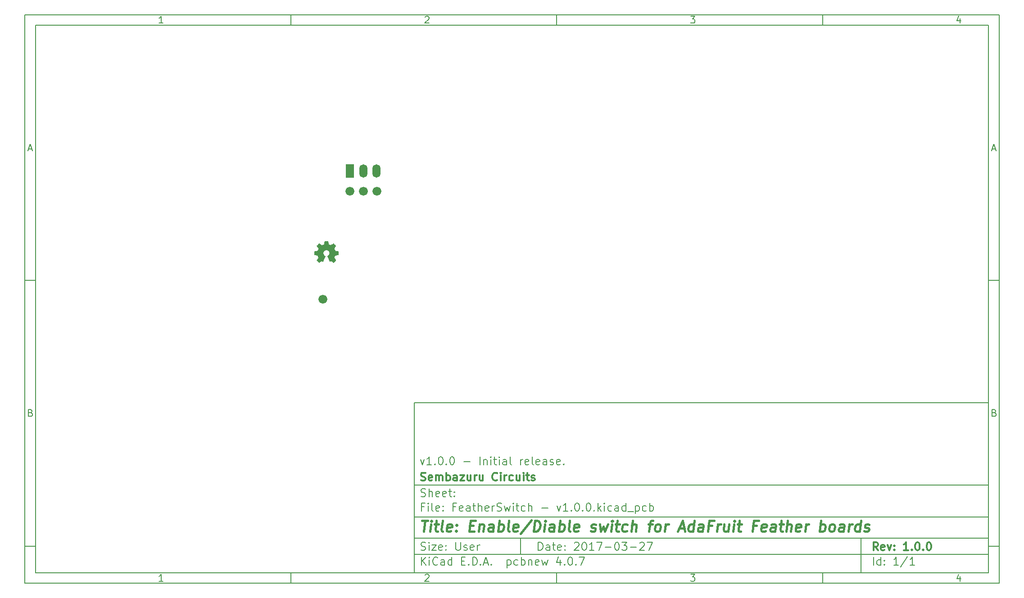
<source format=gbr>
G04 #@! TF.FileFunction,Copper,L2,Bot,Signal*
%FSLAX46Y46*%
G04 Gerber Fmt 4.6, Leading zero omitted, Abs format (unit mm)*
G04 Created by KiCad (PCBNEW 4.0.7) date 11/03/17 12:30:38*
%MOMM*%
%LPD*%
G01*
G04 APERTURE LIST*
%ADD10C,0.100000*%
%ADD11C,0.150000*%
%ADD12C,0.300000*%
%ADD13C,0.400000*%
%ADD14C,0.002540*%
%ADD15C,1.676400*%
%ADD16R,1.500000X2.500000*%
%ADD17O,1.500000X2.500000*%
G04 APERTURE END LIST*
D10*
D11*
X83200000Y-83000000D02*
X83200000Y-115000000D01*
X191200000Y-115000000D01*
X191200000Y-83000000D01*
X83200000Y-83000000D01*
D10*
D11*
X10000000Y-10000000D02*
X10000000Y-117000000D01*
X193200000Y-117000000D01*
X193200000Y-10000000D01*
X10000000Y-10000000D01*
D10*
D11*
X12000000Y-12000000D02*
X12000000Y-115000000D01*
X191200000Y-115000000D01*
X191200000Y-12000000D01*
X12000000Y-12000000D01*
D10*
D11*
X60000000Y-12000000D02*
X60000000Y-10000000D01*
D10*
D11*
X110000000Y-12000000D02*
X110000000Y-10000000D01*
D10*
D11*
X160000000Y-12000000D02*
X160000000Y-10000000D01*
D10*
D11*
X35990476Y-11588095D02*
X35247619Y-11588095D01*
X35619048Y-11588095D02*
X35619048Y-10288095D01*
X35495238Y-10473810D01*
X35371429Y-10597619D01*
X35247619Y-10659524D01*
D10*
D11*
X85247619Y-10411905D02*
X85309524Y-10350000D01*
X85433333Y-10288095D01*
X85742857Y-10288095D01*
X85866667Y-10350000D01*
X85928571Y-10411905D01*
X85990476Y-10535714D01*
X85990476Y-10659524D01*
X85928571Y-10845238D01*
X85185714Y-11588095D01*
X85990476Y-11588095D01*
D10*
D11*
X135185714Y-10288095D02*
X135990476Y-10288095D01*
X135557143Y-10783333D01*
X135742857Y-10783333D01*
X135866667Y-10845238D01*
X135928571Y-10907143D01*
X135990476Y-11030952D01*
X135990476Y-11340476D01*
X135928571Y-11464286D01*
X135866667Y-11526190D01*
X135742857Y-11588095D01*
X135371429Y-11588095D01*
X135247619Y-11526190D01*
X135185714Y-11464286D01*
D10*
D11*
X185866667Y-10721429D02*
X185866667Y-11588095D01*
X185557143Y-10226190D02*
X185247619Y-11154762D01*
X186052381Y-11154762D01*
D10*
D11*
X60000000Y-115000000D02*
X60000000Y-117000000D01*
D10*
D11*
X110000000Y-115000000D02*
X110000000Y-117000000D01*
D10*
D11*
X160000000Y-115000000D02*
X160000000Y-117000000D01*
D10*
D11*
X35990476Y-116588095D02*
X35247619Y-116588095D01*
X35619048Y-116588095D02*
X35619048Y-115288095D01*
X35495238Y-115473810D01*
X35371429Y-115597619D01*
X35247619Y-115659524D01*
D10*
D11*
X85247619Y-115411905D02*
X85309524Y-115350000D01*
X85433333Y-115288095D01*
X85742857Y-115288095D01*
X85866667Y-115350000D01*
X85928571Y-115411905D01*
X85990476Y-115535714D01*
X85990476Y-115659524D01*
X85928571Y-115845238D01*
X85185714Y-116588095D01*
X85990476Y-116588095D01*
D10*
D11*
X135185714Y-115288095D02*
X135990476Y-115288095D01*
X135557143Y-115783333D01*
X135742857Y-115783333D01*
X135866667Y-115845238D01*
X135928571Y-115907143D01*
X135990476Y-116030952D01*
X135990476Y-116340476D01*
X135928571Y-116464286D01*
X135866667Y-116526190D01*
X135742857Y-116588095D01*
X135371429Y-116588095D01*
X135247619Y-116526190D01*
X135185714Y-116464286D01*
D10*
D11*
X185866667Y-115721429D02*
X185866667Y-116588095D01*
X185557143Y-115226190D02*
X185247619Y-116154762D01*
X186052381Y-116154762D01*
D10*
D11*
X10000000Y-60000000D02*
X12000000Y-60000000D01*
D10*
D11*
X10000000Y-110000000D02*
X12000000Y-110000000D01*
D10*
D11*
X10690476Y-35216667D02*
X11309524Y-35216667D01*
X10566667Y-35588095D02*
X11000000Y-34288095D01*
X11433333Y-35588095D01*
D10*
D11*
X11092857Y-84907143D02*
X11278571Y-84969048D01*
X11340476Y-85030952D01*
X11402381Y-85154762D01*
X11402381Y-85340476D01*
X11340476Y-85464286D01*
X11278571Y-85526190D01*
X11154762Y-85588095D01*
X10659524Y-85588095D01*
X10659524Y-84288095D01*
X11092857Y-84288095D01*
X11216667Y-84350000D01*
X11278571Y-84411905D01*
X11340476Y-84535714D01*
X11340476Y-84659524D01*
X11278571Y-84783333D01*
X11216667Y-84845238D01*
X11092857Y-84907143D01*
X10659524Y-84907143D01*
D10*
D11*
X193200000Y-60000000D02*
X191200000Y-60000000D01*
D10*
D11*
X193200000Y-110000000D02*
X191200000Y-110000000D01*
D10*
D11*
X191890476Y-35216667D02*
X192509524Y-35216667D01*
X191766667Y-35588095D02*
X192200000Y-34288095D01*
X192633333Y-35588095D01*
D10*
D11*
X192292857Y-84907143D02*
X192478571Y-84969048D01*
X192540476Y-85030952D01*
X192602381Y-85154762D01*
X192602381Y-85340476D01*
X192540476Y-85464286D01*
X192478571Y-85526190D01*
X192354762Y-85588095D01*
X191859524Y-85588095D01*
X191859524Y-84288095D01*
X192292857Y-84288095D01*
X192416667Y-84350000D01*
X192478571Y-84411905D01*
X192540476Y-84535714D01*
X192540476Y-84659524D01*
X192478571Y-84783333D01*
X192416667Y-84845238D01*
X192292857Y-84907143D01*
X191859524Y-84907143D01*
D10*
D11*
X106557143Y-110778571D02*
X106557143Y-109278571D01*
X106914286Y-109278571D01*
X107128571Y-109350000D01*
X107271429Y-109492857D01*
X107342857Y-109635714D01*
X107414286Y-109921429D01*
X107414286Y-110135714D01*
X107342857Y-110421429D01*
X107271429Y-110564286D01*
X107128571Y-110707143D01*
X106914286Y-110778571D01*
X106557143Y-110778571D01*
X108700000Y-110778571D02*
X108700000Y-109992857D01*
X108628571Y-109850000D01*
X108485714Y-109778571D01*
X108200000Y-109778571D01*
X108057143Y-109850000D01*
X108700000Y-110707143D02*
X108557143Y-110778571D01*
X108200000Y-110778571D01*
X108057143Y-110707143D01*
X107985714Y-110564286D01*
X107985714Y-110421429D01*
X108057143Y-110278571D01*
X108200000Y-110207143D01*
X108557143Y-110207143D01*
X108700000Y-110135714D01*
X109200000Y-109778571D02*
X109771429Y-109778571D01*
X109414286Y-109278571D02*
X109414286Y-110564286D01*
X109485714Y-110707143D01*
X109628572Y-110778571D01*
X109771429Y-110778571D01*
X110842857Y-110707143D02*
X110700000Y-110778571D01*
X110414286Y-110778571D01*
X110271429Y-110707143D01*
X110200000Y-110564286D01*
X110200000Y-109992857D01*
X110271429Y-109850000D01*
X110414286Y-109778571D01*
X110700000Y-109778571D01*
X110842857Y-109850000D01*
X110914286Y-109992857D01*
X110914286Y-110135714D01*
X110200000Y-110278571D01*
X111557143Y-110635714D02*
X111628571Y-110707143D01*
X111557143Y-110778571D01*
X111485714Y-110707143D01*
X111557143Y-110635714D01*
X111557143Y-110778571D01*
X111557143Y-109850000D02*
X111628571Y-109921429D01*
X111557143Y-109992857D01*
X111485714Y-109921429D01*
X111557143Y-109850000D01*
X111557143Y-109992857D01*
X113342857Y-109421429D02*
X113414286Y-109350000D01*
X113557143Y-109278571D01*
X113914286Y-109278571D01*
X114057143Y-109350000D01*
X114128572Y-109421429D01*
X114200000Y-109564286D01*
X114200000Y-109707143D01*
X114128572Y-109921429D01*
X113271429Y-110778571D01*
X114200000Y-110778571D01*
X115128571Y-109278571D02*
X115271428Y-109278571D01*
X115414285Y-109350000D01*
X115485714Y-109421429D01*
X115557143Y-109564286D01*
X115628571Y-109850000D01*
X115628571Y-110207143D01*
X115557143Y-110492857D01*
X115485714Y-110635714D01*
X115414285Y-110707143D01*
X115271428Y-110778571D01*
X115128571Y-110778571D01*
X114985714Y-110707143D01*
X114914285Y-110635714D01*
X114842857Y-110492857D01*
X114771428Y-110207143D01*
X114771428Y-109850000D01*
X114842857Y-109564286D01*
X114914285Y-109421429D01*
X114985714Y-109350000D01*
X115128571Y-109278571D01*
X117057142Y-110778571D02*
X116199999Y-110778571D01*
X116628571Y-110778571D02*
X116628571Y-109278571D01*
X116485714Y-109492857D01*
X116342856Y-109635714D01*
X116199999Y-109707143D01*
X117557142Y-109278571D02*
X118557142Y-109278571D01*
X117914285Y-110778571D01*
X119128570Y-110207143D02*
X120271427Y-110207143D01*
X121271427Y-109278571D02*
X121414284Y-109278571D01*
X121557141Y-109350000D01*
X121628570Y-109421429D01*
X121699999Y-109564286D01*
X121771427Y-109850000D01*
X121771427Y-110207143D01*
X121699999Y-110492857D01*
X121628570Y-110635714D01*
X121557141Y-110707143D01*
X121414284Y-110778571D01*
X121271427Y-110778571D01*
X121128570Y-110707143D01*
X121057141Y-110635714D01*
X120985713Y-110492857D01*
X120914284Y-110207143D01*
X120914284Y-109850000D01*
X120985713Y-109564286D01*
X121057141Y-109421429D01*
X121128570Y-109350000D01*
X121271427Y-109278571D01*
X122271427Y-109278571D02*
X123199998Y-109278571D01*
X122699998Y-109850000D01*
X122914284Y-109850000D01*
X123057141Y-109921429D01*
X123128570Y-109992857D01*
X123199998Y-110135714D01*
X123199998Y-110492857D01*
X123128570Y-110635714D01*
X123057141Y-110707143D01*
X122914284Y-110778571D01*
X122485712Y-110778571D01*
X122342855Y-110707143D01*
X122271427Y-110635714D01*
X123842855Y-110207143D02*
X124985712Y-110207143D01*
X125628569Y-109421429D02*
X125699998Y-109350000D01*
X125842855Y-109278571D01*
X126199998Y-109278571D01*
X126342855Y-109350000D01*
X126414284Y-109421429D01*
X126485712Y-109564286D01*
X126485712Y-109707143D01*
X126414284Y-109921429D01*
X125557141Y-110778571D01*
X126485712Y-110778571D01*
X126985712Y-109278571D02*
X127985712Y-109278571D01*
X127342855Y-110778571D01*
D10*
D11*
X83200000Y-111500000D02*
X191200000Y-111500000D01*
D10*
D11*
X84557143Y-113578571D02*
X84557143Y-112078571D01*
X85414286Y-113578571D02*
X84771429Y-112721429D01*
X85414286Y-112078571D02*
X84557143Y-112935714D01*
X86057143Y-113578571D02*
X86057143Y-112578571D01*
X86057143Y-112078571D02*
X85985714Y-112150000D01*
X86057143Y-112221429D01*
X86128571Y-112150000D01*
X86057143Y-112078571D01*
X86057143Y-112221429D01*
X87628572Y-113435714D02*
X87557143Y-113507143D01*
X87342857Y-113578571D01*
X87200000Y-113578571D01*
X86985715Y-113507143D01*
X86842857Y-113364286D01*
X86771429Y-113221429D01*
X86700000Y-112935714D01*
X86700000Y-112721429D01*
X86771429Y-112435714D01*
X86842857Y-112292857D01*
X86985715Y-112150000D01*
X87200000Y-112078571D01*
X87342857Y-112078571D01*
X87557143Y-112150000D01*
X87628572Y-112221429D01*
X88914286Y-113578571D02*
X88914286Y-112792857D01*
X88842857Y-112650000D01*
X88700000Y-112578571D01*
X88414286Y-112578571D01*
X88271429Y-112650000D01*
X88914286Y-113507143D02*
X88771429Y-113578571D01*
X88414286Y-113578571D01*
X88271429Y-113507143D01*
X88200000Y-113364286D01*
X88200000Y-113221429D01*
X88271429Y-113078571D01*
X88414286Y-113007143D01*
X88771429Y-113007143D01*
X88914286Y-112935714D01*
X90271429Y-113578571D02*
X90271429Y-112078571D01*
X90271429Y-113507143D02*
X90128572Y-113578571D01*
X89842858Y-113578571D01*
X89700000Y-113507143D01*
X89628572Y-113435714D01*
X89557143Y-113292857D01*
X89557143Y-112864286D01*
X89628572Y-112721429D01*
X89700000Y-112650000D01*
X89842858Y-112578571D01*
X90128572Y-112578571D01*
X90271429Y-112650000D01*
X92128572Y-112792857D02*
X92628572Y-112792857D01*
X92842858Y-113578571D02*
X92128572Y-113578571D01*
X92128572Y-112078571D01*
X92842858Y-112078571D01*
X93485715Y-113435714D02*
X93557143Y-113507143D01*
X93485715Y-113578571D01*
X93414286Y-113507143D01*
X93485715Y-113435714D01*
X93485715Y-113578571D01*
X94200001Y-113578571D02*
X94200001Y-112078571D01*
X94557144Y-112078571D01*
X94771429Y-112150000D01*
X94914287Y-112292857D01*
X94985715Y-112435714D01*
X95057144Y-112721429D01*
X95057144Y-112935714D01*
X94985715Y-113221429D01*
X94914287Y-113364286D01*
X94771429Y-113507143D01*
X94557144Y-113578571D01*
X94200001Y-113578571D01*
X95700001Y-113435714D02*
X95771429Y-113507143D01*
X95700001Y-113578571D01*
X95628572Y-113507143D01*
X95700001Y-113435714D01*
X95700001Y-113578571D01*
X96342858Y-113150000D02*
X97057144Y-113150000D01*
X96200001Y-113578571D02*
X96700001Y-112078571D01*
X97200001Y-113578571D01*
X97700001Y-113435714D02*
X97771429Y-113507143D01*
X97700001Y-113578571D01*
X97628572Y-113507143D01*
X97700001Y-113435714D01*
X97700001Y-113578571D01*
X100700001Y-112578571D02*
X100700001Y-114078571D01*
X100700001Y-112650000D02*
X100842858Y-112578571D01*
X101128572Y-112578571D01*
X101271429Y-112650000D01*
X101342858Y-112721429D01*
X101414287Y-112864286D01*
X101414287Y-113292857D01*
X101342858Y-113435714D01*
X101271429Y-113507143D01*
X101128572Y-113578571D01*
X100842858Y-113578571D01*
X100700001Y-113507143D01*
X102700001Y-113507143D02*
X102557144Y-113578571D01*
X102271430Y-113578571D01*
X102128572Y-113507143D01*
X102057144Y-113435714D01*
X101985715Y-113292857D01*
X101985715Y-112864286D01*
X102057144Y-112721429D01*
X102128572Y-112650000D01*
X102271430Y-112578571D01*
X102557144Y-112578571D01*
X102700001Y-112650000D01*
X103342858Y-113578571D02*
X103342858Y-112078571D01*
X103342858Y-112650000D02*
X103485715Y-112578571D01*
X103771429Y-112578571D01*
X103914286Y-112650000D01*
X103985715Y-112721429D01*
X104057144Y-112864286D01*
X104057144Y-113292857D01*
X103985715Y-113435714D01*
X103914286Y-113507143D01*
X103771429Y-113578571D01*
X103485715Y-113578571D01*
X103342858Y-113507143D01*
X104700001Y-112578571D02*
X104700001Y-113578571D01*
X104700001Y-112721429D02*
X104771429Y-112650000D01*
X104914287Y-112578571D01*
X105128572Y-112578571D01*
X105271429Y-112650000D01*
X105342858Y-112792857D01*
X105342858Y-113578571D01*
X106628572Y-113507143D02*
X106485715Y-113578571D01*
X106200001Y-113578571D01*
X106057144Y-113507143D01*
X105985715Y-113364286D01*
X105985715Y-112792857D01*
X106057144Y-112650000D01*
X106200001Y-112578571D01*
X106485715Y-112578571D01*
X106628572Y-112650000D01*
X106700001Y-112792857D01*
X106700001Y-112935714D01*
X105985715Y-113078571D01*
X107200001Y-112578571D02*
X107485715Y-113578571D01*
X107771429Y-112864286D01*
X108057144Y-113578571D01*
X108342858Y-112578571D01*
X110700001Y-112578571D02*
X110700001Y-113578571D01*
X110342858Y-112007143D02*
X109985715Y-113078571D01*
X110914287Y-113078571D01*
X111485715Y-113435714D02*
X111557143Y-113507143D01*
X111485715Y-113578571D01*
X111414286Y-113507143D01*
X111485715Y-113435714D01*
X111485715Y-113578571D01*
X112485715Y-112078571D02*
X112628572Y-112078571D01*
X112771429Y-112150000D01*
X112842858Y-112221429D01*
X112914287Y-112364286D01*
X112985715Y-112650000D01*
X112985715Y-113007143D01*
X112914287Y-113292857D01*
X112842858Y-113435714D01*
X112771429Y-113507143D01*
X112628572Y-113578571D01*
X112485715Y-113578571D01*
X112342858Y-113507143D01*
X112271429Y-113435714D01*
X112200001Y-113292857D01*
X112128572Y-113007143D01*
X112128572Y-112650000D01*
X112200001Y-112364286D01*
X112271429Y-112221429D01*
X112342858Y-112150000D01*
X112485715Y-112078571D01*
X113628572Y-113435714D02*
X113700000Y-113507143D01*
X113628572Y-113578571D01*
X113557143Y-113507143D01*
X113628572Y-113435714D01*
X113628572Y-113578571D01*
X114200001Y-112078571D02*
X115200001Y-112078571D01*
X114557144Y-113578571D01*
D10*
D11*
X83200000Y-108500000D02*
X191200000Y-108500000D01*
D10*
D12*
X170414286Y-110778571D02*
X169914286Y-110064286D01*
X169557143Y-110778571D02*
X169557143Y-109278571D01*
X170128571Y-109278571D01*
X170271429Y-109350000D01*
X170342857Y-109421429D01*
X170414286Y-109564286D01*
X170414286Y-109778571D01*
X170342857Y-109921429D01*
X170271429Y-109992857D01*
X170128571Y-110064286D01*
X169557143Y-110064286D01*
X171628571Y-110707143D02*
X171485714Y-110778571D01*
X171200000Y-110778571D01*
X171057143Y-110707143D01*
X170985714Y-110564286D01*
X170985714Y-109992857D01*
X171057143Y-109850000D01*
X171200000Y-109778571D01*
X171485714Y-109778571D01*
X171628571Y-109850000D01*
X171700000Y-109992857D01*
X171700000Y-110135714D01*
X170985714Y-110278571D01*
X172200000Y-109778571D02*
X172557143Y-110778571D01*
X172914285Y-109778571D01*
X173485714Y-110635714D02*
X173557142Y-110707143D01*
X173485714Y-110778571D01*
X173414285Y-110707143D01*
X173485714Y-110635714D01*
X173485714Y-110778571D01*
X173485714Y-109850000D02*
X173557142Y-109921429D01*
X173485714Y-109992857D01*
X173414285Y-109921429D01*
X173485714Y-109850000D01*
X173485714Y-109992857D01*
X176128571Y-110778571D02*
X175271428Y-110778571D01*
X175700000Y-110778571D02*
X175700000Y-109278571D01*
X175557143Y-109492857D01*
X175414285Y-109635714D01*
X175271428Y-109707143D01*
X176771428Y-110635714D02*
X176842856Y-110707143D01*
X176771428Y-110778571D01*
X176699999Y-110707143D01*
X176771428Y-110635714D01*
X176771428Y-110778571D01*
X177771428Y-109278571D02*
X177914285Y-109278571D01*
X178057142Y-109350000D01*
X178128571Y-109421429D01*
X178200000Y-109564286D01*
X178271428Y-109850000D01*
X178271428Y-110207143D01*
X178200000Y-110492857D01*
X178128571Y-110635714D01*
X178057142Y-110707143D01*
X177914285Y-110778571D01*
X177771428Y-110778571D01*
X177628571Y-110707143D01*
X177557142Y-110635714D01*
X177485714Y-110492857D01*
X177414285Y-110207143D01*
X177414285Y-109850000D01*
X177485714Y-109564286D01*
X177557142Y-109421429D01*
X177628571Y-109350000D01*
X177771428Y-109278571D01*
X178914285Y-110635714D02*
X178985713Y-110707143D01*
X178914285Y-110778571D01*
X178842856Y-110707143D01*
X178914285Y-110635714D01*
X178914285Y-110778571D01*
X179914285Y-109278571D02*
X180057142Y-109278571D01*
X180199999Y-109350000D01*
X180271428Y-109421429D01*
X180342857Y-109564286D01*
X180414285Y-109850000D01*
X180414285Y-110207143D01*
X180342857Y-110492857D01*
X180271428Y-110635714D01*
X180199999Y-110707143D01*
X180057142Y-110778571D01*
X179914285Y-110778571D01*
X179771428Y-110707143D01*
X179699999Y-110635714D01*
X179628571Y-110492857D01*
X179557142Y-110207143D01*
X179557142Y-109850000D01*
X179628571Y-109564286D01*
X179699999Y-109421429D01*
X179771428Y-109350000D01*
X179914285Y-109278571D01*
D10*
D11*
X84485714Y-110707143D02*
X84700000Y-110778571D01*
X85057143Y-110778571D01*
X85200000Y-110707143D01*
X85271429Y-110635714D01*
X85342857Y-110492857D01*
X85342857Y-110350000D01*
X85271429Y-110207143D01*
X85200000Y-110135714D01*
X85057143Y-110064286D01*
X84771429Y-109992857D01*
X84628571Y-109921429D01*
X84557143Y-109850000D01*
X84485714Y-109707143D01*
X84485714Y-109564286D01*
X84557143Y-109421429D01*
X84628571Y-109350000D01*
X84771429Y-109278571D01*
X85128571Y-109278571D01*
X85342857Y-109350000D01*
X85985714Y-110778571D02*
X85985714Y-109778571D01*
X85985714Y-109278571D02*
X85914285Y-109350000D01*
X85985714Y-109421429D01*
X86057142Y-109350000D01*
X85985714Y-109278571D01*
X85985714Y-109421429D01*
X86557143Y-109778571D02*
X87342857Y-109778571D01*
X86557143Y-110778571D01*
X87342857Y-110778571D01*
X88485714Y-110707143D02*
X88342857Y-110778571D01*
X88057143Y-110778571D01*
X87914286Y-110707143D01*
X87842857Y-110564286D01*
X87842857Y-109992857D01*
X87914286Y-109850000D01*
X88057143Y-109778571D01*
X88342857Y-109778571D01*
X88485714Y-109850000D01*
X88557143Y-109992857D01*
X88557143Y-110135714D01*
X87842857Y-110278571D01*
X89200000Y-110635714D02*
X89271428Y-110707143D01*
X89200000Y-110778571D01*
X89128571Y-110707143D01*
X89200000Y-110635714D01*
X89200000Y-110778571D01*
X89200000Y-109850000D02*
X89271428Y-109921429D01*
X89200000Y-109992857D01*
X89128571Y-109921429D01*
X89200000Y-109850000D01*
X89200000Y-109992857D01*
X91057143Y-109278571D02*
X91057143Y-110492857D01*
X91128571Y-110635714D01*
X91200000Y-110707143D01*
X91342857Y-110778571D01*
X91628571Y-110778571D01*
X91771429Y-110707143D01*
X91842857Y-110635714D01*
X91914286Y-110492857D01*
X91914286Y-109278571D01*
X92557143Y-110707143D02*
X92700000Y-110778571D01*
X92985715Y-110778571D01*
X93128572Y-110707143D01*
X93200000Y-110564286D01*
X93200000Y-110492857D01*
X93128572Y-110350000D01*
X92985715Y-110278571D01*
X92771429Y-110278571D01*
X92628572Y-110207143D01*
X92557143Y-110064286D01*
X92557143Y-109992857D01*
X92628572Y-109850000D01*
X92771429Y-109778571D01*
X92985715Y-109778571D01*
X93128572Y-109850000D01*
X94414286Y-110707143D02*
X94271429Y-110778571D01*
X93985715Y-110778571D01*
X93842858Y-110707143D01*
X93771429Y-110564286D01*
X93771429Y-109992857D01*
X93842858Y-109850000D01*
X93985715Y-109778571D01*
X94271429Y-109778571D01*
X94414286Y-109850000D01*
X94485715Y-109992857D01*
X94485715Y-110135714D01*
X93771429Y-110278571D01*
X95128572Y-110778571D02*
X95128572Y-109778571D01*
X95128572Y-110064286D02*
X95200000Y-109921429D01*
X95271429Y-109850000D01*
X95414286Y-109778571D01*
X95557143Y-109778571D01*
D10*
D11*
X169557143Y-113578571D02*
X169557143Y-112078571D01*
X170914286Y-113578571D02*
X170914286Y-112078571D01*
X170914286Y-113507143D02*
X170771429Y-113578571D01*
X170485715Y-113578571D01*
X170342857Y-113507143D01*
X170271429Y-113435714D01*
X170200000Y-113292857D01*
X170200000Y-112864286D01*
X170271429Y-112721429D01*
X170342857Y-112650000D01*
X170485715Y-112578571D01*
X170771429Y-112578571D01*
X170914286Y-112650000D01*
X171628572Y-113435714D02*
X171700000Y-113507143D01*
X171628572Y-113578571D01*
X171557143Y-113507143D01*
X171628572Y-113435714D01*
X171628572Y-113578571D01*
X171628572Y-112650000D02*
X171700000Y-112721429D01*
X171628572Y-112792857D01*
X171557143Y-112721429D01*
X171628572Y-112650000D01*
X171628572Y-112792857D01*
X174271429Y-113578571D02*
X173414286Y-113578571D01*
X173842858Y-113578571D02*
X173842858Y-112078571D01*
X173700001Y-112292857D01*
X173557143Y-112435714D01*
X173414286Y-112507143D01*
X175985714Y-112007143D02*
X174700000Y-113935714D01*
X177271429Y-113578571D02*
X176414286Y-113578571D01*
X176842858Y-113578571D02*
X176842858Y-112078571D01*
X176700001Y-112292857D01*
X176557143Y-112435714D01*
X176414286Y-112507143D01*
D10*
D11*
X83200000Y-104500000D02*
X191200000Y-104500000D01*
D10*
D13*
X84652381Y-105204762D02*
X85795238Y-105204762D01*
X84973810Y-107204762D02*
X85223810Y-105204762D01*
X86211905Y-107204762D02*
X86378571Y-105871429D01*
X86461905Y-105204762D02*
X86354762Y-105300000D01*
X86438095Y-105395238D01*
X86545239Y-105300000D01*
X86461905Y-105204762D01*
X86438095Y-105395238D01*
X87045238Y-105871429D02*
X87807143Y-105871429D01*
X87414286Y-105204762D02*
X87200000Y-106919048D01*
X87271430Y-107109524D01*
X87450001Y-107204762D01*
X87640477Y-107204762D01*
X88592858Y-107204762D02*
X88414287Y-107109524D01*
X88342857Y-106919048D01*
X88557143Y-105204762D01*
X90128572Y-107109524D02*
X89926191Y-107204762D01*
X89545239Y-107204762D01*
X89366667Y-107109524D01*
X89295238Y-106919048D01*
X89390476Y-106157143D01*
X89509524Y-105966667D01*
X89711905Y-105871429D01*
X90092857Y-105871429D01*
X90271429Y-105966667D01*
X90342857Y-106157143D01*
X90319048Y-106347619D01*
X89342857Y-106538095D01*
X91092857Y-107014286D02*
X91176192Y-107109524D01*
X91069048Y-107204762D01*
X90985715Y-107109524D01*
X91092857Y-107014286D01*
X91069048Y-107204762D01*
X91223810Y-105966667D02*
X91307144Y-106061905D01*
X91200000Y-106157143D01*
X91116667Y-106061905D01*
X91223810Y-105966667D01*
X91200000Y-106157143D01*
X93676191Y-106157143D02*
X94342858Y-106157143D01*
X94497620Y-107204762D02*
X93545239Y-107204762D01*
X93795239Y-105204762D01*
X94747620Y-105204762D01*
X95521429Y-105871429D02*
X95354763Y-107204762D01*
X95497620Y-106061905D02*
X95604764Y-105966667D01*
X95807144Y-105871429D01*
X96092858Y-105871429D01*
X96271430Y-105966667D01*
X96342858Y-106157143D01*
X96211906Y-107204762D01*
X98021430Y-107204762D02*
X98152382Y-106157143D01*
X98080954Y-105966667D01*
X97902382Y-105871429D01*
X97521430Y-105871429D01*
X97319049Y-105966667D01*
X98033335Y-107109524D02*
X97830954Y-107204762D01*
X97354764Y-107204762D01*
X97176192Y-107109524D01*
X97104763Y-106919048D01*
X97128573Y-106728571D01*
X97247620Y-106538095D01*
X97450002Y-106442857D01*
X97926192Y-106442857D01*
X98128573Y-106347619D01*
X98973811Y-107204762D02*
X99223811Y-105204762D01*
X99128573Y-105966667D02*
X99330954Y-105871429D01*
X99711906Y-105871429D01*
X99890478Y-105966667D01*
X99973811Y-106061905D01*
X100045239Y-106252381D01*
X99973811Y-106823810D01*
X99854763Y-107014286D01*
X99747621Y-107109524D01*
X99545240Y-107204762D01*
X99164288Y-107204762D01*
X98985716Y-107109524D01*
X101069050Y-107204762D02*
X100890479Y-107109524D01*
X100819049Y-106919048D01*
X101033335Y-105204762D01*
X102604764Y-107109524D02*
X102402383Y-107204762D01*
X102021431Y-107204762D01*
X101842859Y-107109524D01*
X101771430Y-106919048D01*
X101866668Y-106157143D01*
X101985716Y-105966667D01*
X102188097Y-105871429D01*
X102569049Y-105871429D01*
X102747621Y-105966667D01*
X102819049Y-106157143D01*
X102795240Y-106347619D01*
X101819049Y-106538095D01*
X105235717Y-105109524D02*
X103200002Y-107680952D01*
X105640478Y-107204762D02*
X105890478Y-105204762D01*
X106366669Y-105204762D01*
X106640478Y-105300000D01*
X106807145Y-105490476D01*
X106878574Y-105680952D01*
X106926193Y-106061905D01*
X106890479Y-106347619D01*
X106747622Y-106728571D01*
X106628573Y-106919048D01*
X106414288Y-107109524D01*
X106116669Y-107204762D01*
X105640478Y-107204762D01*
X107640478Y-107204762D02*
X107807144Y-105871429D01*
X107890478Y-105204762D02*
X107783335Y-105300000D01*
X107866668Y-105395238D01*
X107973812Y-105300000D01*
X107890478Y-105204762D01*
X107866668Y-105395238D01*
X109450002Y-107204762D02*
X109580954Y-106157143D01*
X109509526Y-105966667D01*
X109330954Y-105871429D01*
X108950002Y-105871429D01*
X108747621Y-105966667D01*
X109461907Y-107109524D02*
X109259526Y-107204762D01*
X108783336Y-107204762D01*
X108604764Y-107109524D01*
X108533335Y-106919048D01*
X108557145Y-106728571D01*
X108676192Y-106538095D01*
X108878574Y-106442857D01*
X109354764Y-106442857D01*
X109557145Y-106347619D01*
X110402383Y-107204762D02*
X110652383Y-105204762D01*
X110557145Y-105966667D02*
X110759526Y-105871429D01*
X111140478Y-105871429D01*
X111319050Y-105966667D01*
X111402383Y-106061905D01*
X111473811Y-106252381D01*
X111402383Y-106823810D01*
X111283335Y-107014286D01*
X111176193Y-107109524D01*
X110973812Y-107204762D01*
X110592860Y-107204762D01*
X110414288Y-107109524D01*
X112497622Y-107204762D02*
X112319051Y-107109524D01*
X112247621Y-106919048D01*
X112461907Y-105204762D01*
X114033336Y-107109524D02*
X113830955Y-107204762D01*
X113450003Y-107204762D01*
X113271431Y-107109524D01*
X113200002Y-106919048D01*
X113295240Y-106157143D01*
X113414288Y-105966667D01*
X113616669Y-105871429D01*
X113997621Y-105871429D01*
X114176193Y-105966667D01*
X114247621Y-106157143D01*
X114223812Y-106347619D01*
X113247621Y-106538095D01*
X116414289Y-107109524D02*
X116592861Y-107204762D01*
X116973813Y-107204762D01*
X117176194Y-107109524D01*
X117295241Y-106919048D01*
X117307146Y-106823810D01*
X117235717Y-106633333D01*
X117057146Y-106538095D01*
X116771432Y-106538095D01*
X116592860Y-106442857D01*
X116521431Y-106252381D01*
X116533336Y-106157143D01*
X116652384Y-105966667D01*
X116854765Y-105871429D01*
X117140479Y-105871429D01*
X117319051Y-105966667D01*
X118092860Y-105871429D02*
X118307147Y-107204762D01*
X118807146Y-106252381D01*
X119069051Y-107204762D01*
X119616670Y-105871429D01*
X120211908Y-107204762D02*
X120378574Y-105871429D01*
X120461908Y-105204762D02*
X120354765Y-105300000D01*
X120438098Y-105395238D01*
X120545242Y-105300000D01*
X120461908Y-105204762D01*
X120438098Y-105395238D01*
X121045241Y-105871429D02*
X121807146Y-105871429D01*
X121414289Y-105204762D02*
X121200003Y-106919048D01*
X121271433Y-107109524D01*
X121450004Y-107204762D01*
X121640480Y-107204762D01*
X123176194Y-107109524D02*
X122973813Y-107204762D01*
X122592861Y-107204762D01*
X122414290Y-107109524D01*
X122330955Y-107014286D01*
X122259527Y-106823810D01*
X122330955Y-106252381D01*
X122450003Y-106061905D01*
X122557147Y-105966667D01*
X122759527Y-105871429D01*
X123140479Y-105871429D01*
X123319051Y-105966667D01*
X124021432Y-107204762D02*
X124271432Y-105204762D01*
X124878575Y-107204762D02*
X125009527Y-106157143D01*
X124938099Y-105966667D01*
X124759527Y-105871429D01*
X124473813Y-105871429D01*
X124271433Y-105966667D01*
X124164289Y-106061905D01*
X127235718Y-105871429D02*
X127997623Y-105871429D01*
X127354766Y-107204762D02*
X127569052Y-105490476D01*
X127688100Y-105300000D01*
X127890481Y-105204762D01*
X128080957Y-105204762D01*
X128783338Y-107204762D02*
X128604767Y-107109524D01*
X128521432Y-107014286D01*
X128450004Y-106823810D01*
X128521432Y-106252381D01*
X128640480Y-106061905D01*
X128747624Y-105966667D01*
X128950004Y-105871429D01*
X129235718Y-105871429D01*
X129414290Y-105966667D01*
X129497623Y-106061905D01*
X129569051Y-106252381D01*
X129497623Y-106823810D01*
X129378575Y-107014286D01*
X129271433Y-107109524D01*
X129069052Y-107204762D01*
X128783338Y-107204762D01*
X130307147Y-107204762D02*
X130473813Y-105871429D01*
X130426194Y-106252381D02*
X130545243Y-106061905D01*
X130652386Y-105966667D01*
X130854766Y-105871429D01*
X131045242Y-105871429D01*
X133045242Y-106633333D02*
X133997623Y-106633333D01*
X132783338Y-107204762D02*
X133700005Y-105204762D01*
X134116672Y-107204762D01*
X135640481Y-107204762D02*
X135890481Y-105204762D01*
X135652386Y-107109524D02*
X135450005Y-107204762D01*
X135069053Y-107204762D01*
X134890482Y-107109524D01*
X134807147Y-107014286D01*
X134735719Y-106823810D01*
X134807147Y-106252381D01*
X134926195Y-106061905D01*
X135033339Y-105966667D01*
X135235719Y-105871429D01*
X135616671Y-105871429D01*
X135795243Y-105966667D01*
X137450005Y-107204762D02*
X137580957Y-106157143D01*
X137509529Y-105966667D01*
X137330957Y-105871429D01*
X136950005Y-105871429D01*
X136747624Y-105966667D01*
X137461910Y-107109524D02*
X137259529Y-107204762D01*
X136783339Y-107204762D01*
X136604767Y-107109524D01*
X136533338Y-106919048D01*
X136557148Y-106728571D01*
X136676195Y-106538095D01*
X136878577Y-106442857D01*
X137354767Y-106442857D01*
X137557148Y-106347619D01*
X139200005Y-106157143D02*
X138533338Y-106157143D01*
X138402386Y-107204762D02*
X138652386Y-105204762D01*
X139604767Y-105204762D01*
X140116672Y-107204762D02*
X140283338Y-105871429D01*
X140235719Y-106252381D02*
X140354768Y-106061905D01*
X140461911Y-105966667D01*
X140664291Y-105871429D01*
X140854767Y-105871429D01*
X142378576Y-105871429D02*
X142211910Y-107204762D01*
X141521433Y-105871429D02*
X141390481Y-106919048D01*
X141461911Y-107109524D01*
X141640482Y-107204762D01*
X141926196Y-107204762D01*
X142128577Y-107109524D01*
X142235719Y-107014286D01*
X143164291Y-107204762D02*
X143330957Y-105871429D01*
X143414291Y-105204762D02*
X143307148Y-105300000D01*
X143390481Y-105395238D01*
X143497625Y-105300000D01*
X143414291Y-105204762D01*
X143390481Y-105395238D01*
X143997624Y-105871429D02*
X144759529Y-105871429D01*
X144366672Y-105204762D02*
X144152386Y-106919048D01*
X144223816Y-107109524D01*
X144402387Y-107204762D01*
X144592863Y-107204762D01*
X147580958Y-106157143D02*
X146914291Y-106157143D01*
X146783339Y-107204762D02*
X147033339Y-105204762D01*
X147985720Y-105204762D01*
X149271435Y-107109524D02*
X149069054Y-107204762D01*
X148688102Y-107204762D01*
X148509530Y-107109524D01*
X148438101Y-106919048D01*
X148533339Y-106157143D01*
X148652387Y-105966667D01*
X148854768Y-105871429D01*
X149235720Y-105871429D01*
X149414292Y-105966667D01*
X149485720Y-106157143D01*
X149461911Y-106347619D01*
X148485720Y-106538095D01*
X151069054Y-107204762D02*
X151200006Y-106157143D01*
X151128578Y-105966667D01*
X150950006Y-105871429D01*
X150569054Y-105871429D01*
X150366673Y-105966667D01*
X151080959Y-107109524D02*
X150878578Y-107204762D01*
X150402388Y-107204762D01*
X150223816Y-107109524D01*
X150152387Y-106919048D01*
X150176197Y-106728571D01*
X150295244Y-106538095D01*
X150497626Y-106442857D01*
X150973816Y-106442857D01*
X151176197Y-106347619D01*
X151902387Y-105871429D02*
X152664292Y-105871429D01*
X152271435Y-105204762D02*
X152057149Y-106919048D01*
X152128579Y-107109524D01*
X152307150Y-107204762D01*
X152497626Y-107204762D01*
X153164292Y-107204762D02*
X153414292Y-105204762D01*
X154021435Y-107204762D02*
X154152387Y-106157143D01*
X154080959Y-105966667D01*
X153902387Y-105871429D01*
X153616673Y-105871429D01*
X153414293Y-105966667D01*
X153307149Y-106061905D01*
X155747626Y-107109524D02*
X155545245Y-107204762D01*
X155164293Y-107204762D01*
X154985721Y-107109524D01*
X154914292Y-106919048D01*
X155009530Y-106157143D01*
X155128578Y-105966667D01*
X155330959Y-105871429D01*
X155711911Y-105871429D01*
X155890483Y-105966667D01*
X155961911Y-106157143D01*
X155938102Y-106347619D01*
X154961911Y-106538095D01*
X156688102Y-107204762D02*
X156854768Y-105871429D01*
X156807149Y-106252381D02*
X156926198Y-106061905D01*
X157033341Y-105966667D01*
X157235721Y-105871429D01*
X157426197Y-105871429D01*
X159450007Y-107204762D02*
X159700007Y-105204762D01*
X159604769Y-105966667D02*
X159807150Y-105871429D01*
X160188102Y-105871429D01*
X160366674Y-105966667D01*
X160450007Y-106061905D01*
X160521435Y-106252381D01*
X160450007Y-106823810D01*
X160330959Y-107014286D01*
X160223817Y-107109524D01*
X160021436Y-107204762D01*
X159640484Y-107204762D01*
X159461912Y-107109524D01*
X161545246Y-107204762D02*
X161366675Y-107109524D01*
X161283340Y-107014286D01*
X161211912Y-106823810D01*
X161283340Y-106252381D01*
X161402388Y-106061905D01*
X161509532Y-105966667D01*
X161711912Y-105871429D01*
X161997626Y-105871429D01*
X162176198Y-105966667D01*
X162259531Y-106061905D01*
X162330959Y-106252381D01*
X162259531Y-106823810D01*
X162140483Y-107014286D01*
X162033341Y-107109524D01*
X161830960Y-107204762D01*
X161545246Y-107204762D01*
X163926198Y-107204762D02*
X164057150Y-106157143D01*
X163985722Y-105966667D01*
X163807150Y-105871429D01*
X163426198Y-105871429D01*
X163223817Y-105966667D01*
X163938103Y-107109524D02*
X163735722Y-107204762D01*
X163259532Y-107204762D01*
X163080960Y-107109524D01*
X163009531Y-106919048D01*
X163033341Y-106728571D01*
X163152388Y-106538095D01*
X163354770Y-106442857D01*
X163830960Y-106442857D01*
X164033341Y-106347619D01*
X164878579Y-107204762D02*
X165045245Y-105871429D01*
X164997626Y-106252381D02*
X165116675Y-106061905D01*
X165223818Y-105966667D01*
X165426198Y-105871429D01*
X165616674Y-105871429D01*
X166973817Y-107204762D02*
X167223817Y-105204762D01*
X166985722Y-107109524D02*
X166783341Y-107204762D01*
X166402389Y-107204762D01*
X166223818Y-107109524D01*
X166140483Y-107014286D01*
X166069055Y-106823810D01*
X166140483Y-106252381D01*
X166259531Y-106061905D01*
X166366675Y-105966667D01*
X166569055Y-105871429D01*
X166950007Y-105871429D01*
X167128579Y-105966667D01*
X167842865Y-107109524D02*
X168021437Y-107204762D01*
X168402389Y-107204762D01*
X168604770Y-107109524D01*
X168723817Y-106919048D01*
X168735722Y-106823810D01*
X168664293Y-106633333D01*
X168485722Y-106538095D01*
X168200008Y-106538095D01*
X168021436Y-106442857D01*
X167950007Y-106252381D01*
X167961912Y-106157143D01*
X168080960Y-105966667D01*
X168283341Y-105871429D01*
X168569055Y-105871429D01*
X168747627Y-105966667D01*
D10*
D11*
X85057143Y-102592857D02*
X84557143Y-102592857D01*
X84557143Y-103378571D02*
X84557143Y-101878571D01*
X85271429Y-101878571D01*
X85842857Y-103378571D02*
X85842857Y-102378571D01*
X85842857Y-101878571D02*
X85771428Y-101950000D01*
X85842857Y-102021429D01*
X85914285Y-101950000D01*
X85842857Y-101878571D01*
X85842857Y-102021429D01*
X86771429Y-103378571D02*
X86628571Y-103307143D01*
X86557143Y-103164286D01*
X86557143Y-101878571D01*
X87914285Y-103307143D02*
X87771428Y-103378571D01*
X87485714Y-103378571D01*
X87342857Y-103307143D01*
X87271428Y-103164286D01*
X87271428Y-102592857D01*
X87342857Y-102450000D01*
X87485714Y-102378571D01*
X87771428Y-102378571D01*
X87914285Y-102450000D01*
X87985714Y-102592857D01*
X87985714Y-102735714D01*
X87271428Y-102878571D01*
X88628571Y-103235714D02*
X88699999Y-103307143D01*
X88628571Y-103378571D01*
X88557142Y-103307143D01*
X88628571Y-103235714D01*
X88628571Y-103378571D01*
X88628571Y-102450000D02*
X88699999Y-102521429D01*
X88628571Y-102592857D01*
X88557142Y-102521429D01*
X88628571Y-102450000D01*
X88628571Y-102592857D01*
X90985714Y-102592857D02*
X90485714Y-102592857D01*
X90485714Y-103378571D02*
X90485714Y-101878571D01*
X91200000Y-101878571D01*
X92342856Y-103307143D02*
X92199999Y-103378571D01*
X91914285Y-103378571D01*
X91771428Y-103307143D01*
X91699999Y-103164286D01*
X91699999Y-102592857D01*
X91771428Y-102450000D01*
X91914285Y-102378571D01*
X92199999Y-102378571D01*
X92342856Y-102450000D01*
X92414285Y-102592857D01*
X92414285Y-102735714D01*
X91699999Y-102878571D01*
X93699999Y-103378571D02*
X93699999Y-102592857D01*
X93628570Y-102450000D01*
X93485713Y-102378571D01*
X93199999Y-102378571D01*
X93057142Y-102450000D01*
X93699999Y-103307143D02*
X93557142Y-103378571D01*
X93199999Y-103378571D01*
X93057142Y-103307143D01*
X92985713Y-103164286D01*
X92985713Y-103021429D01*
X93057142Y-102878571D01*
X93199999Y-102807143D01*
X93557142Y-102807143D01*
X93699999Y-102735714D01*
X94199999Y-102378571D02*
X94771428Y-102378571D01*
X94414285Y-101878571D02*
X94414285Y-103164286D01*
X94485713Y-103307143D01*
X94628571Y-103378571D01*
X94771428Y-103378571D01*
X95271428Y-103378571D02*
X95271428Y-101878571D01*
X95914285Y-103378571D02*
X95914285Y-102592857D01*
X95842856Y-102450000D01*
X95699999Y-102378571D01*
X95485714Y-102378571D01*
X95342856Y-102450000D01*
X95271428Y-102521429D01*
X97199999Y-103307143D02*
X97057142Y-103378571D01*
X96771428Y-103378571D01*
X96628571Y-103307143D01*
X96557142Y-103164286D01*
X96557142Y-102592857D01*
X96628571Y-102450000D01*
X96771428Y-102378571D01*
X97057142Y-102378571D01*
X97199999Y-102450000D01*
X97271428Y-102592857D01*
X97271428Y-102735714D01*
X96557142Y-102878571D01*
X97914285Y-103378571D02*
X97914285Y-102378571D01*
X97914285Y-102664286D02*
X97985713Y-102521429D01*
X98057142Y-102450000D01*
X98199999Y-102378571D01*
X98342856Y-102378571D01*
X98771427Y-103307143D02*
X98985713Y-103378571D01*
X99342856Y-103378571D01*
X99485713Y-103307143D01*
X99557142Y-103235714D01*
X99628570Y-103092857D01*
X99628570Y-102950000D01*
X99557142Y-102807143D01*
X99485713Y-102735714D01*
X99342856Y-102664286D01*
X99057142Y-102592857D01*
X98914284Y-102521429D01*
X98842856Y-102450000D01*
X98771427Y-102307143D01*
X98771427Y-102164286D01*
X98842856Y-102021429D01*
X98914284Y-101950000D01*
X99057142Y-101878571D01*
X99414284Y-101878571D01*
X99628570Y-101950000D01*
X100128570Y-102378571D02*
X100414284Y-103378571D01*
X100699998Y-102664286D01*
X100985713Y-103378571D01*
X101271427Y-102378571D01*
X101842856Y-103378571D02*
X101842856Y-102378571D01*
X101842856Y-101878571D02*
X101771427Y-101950000D01*
X101842856Y-102021429D01*
X101914284Y-101950000D01*
X101842856Y-101878571D01*
X101842856Y-102021429D01*
X102342856Y-102378571D02*
X102914285Y-102378571D01*
X102557142Y-101878571D02*
X102557142Y-103164286D01*
X102628570Y-103307143D01*
X102771428Y-103378571D01*
X102914285Y-103378571D01*
X104057142Y-103307143D02*
X103914285Y-103378571D01*
X103628571Y-103378571D01*
X103485713Y-103307143D01*
X103414285Y-103235714D01*
X103342856Y-103092857D01*
X103342856Y-102664286D01*
X103414285Y-102521429D01*
X103485713Y-102450000D01*
X103628571Y-102378571D01*
X103914285Y-102378571D01*
X104057142Y-102450000D01*
X104699999Y-103378571D02*
X104699999Y-101878571D01*
X105342856Y-103378571D02*
X105342856Y-102592857D01*
X105271427Y-102450000D01*
X105128570Y-102378571D01*
X104914285Y-102378571D01*
X104771427Y-102450000D01*
X104699999Y-102521429D01*
X107199999Y-102807143D02*
X108342856Y-102807143D01*
X110057142Y-102378571D02*
X110414285Y-103378571D01*
X110771427Y-102378571D01*
X112128570Y-103378571D02*
X111271427Y-103378571D01*
X111699999Y-103378571D02*
X111699999Y-101878571D01*
X111557142Y-102092857D01*
X111414284Y-102235714D01*
X111271427Y-102307143D01*
X112771427Y-103235714D02*
X112842855Y-103307143D01*
X112771427Y-103378571D01*
X112699998Y-103307143D01*
X112771427Y-103235714D01*
X112771427Y-103378571D01*
X113771427Y-101878571D02*
X113914284Y-101878571D01*
X114057141Y-101950000D01*
X114128570Y-102021429D01*
X114199999Y-102164286D01*
X114271427Y-102450000D01*
X114271427Y-102807143D01*
X114199999Y-103092857D01*
X114128570Y-103235714D01*
X114057141Y-103307143D01*
X113914284Y-103378571D01*
X113771427Y-103378571D01*
X113628570Y-103307143D01*
X113557141Y-103235714D01*
X113485713Y-103092857D01*
X113414284Y-102807143D01*
X113414284Y-102450000D01*
X113485713Y-102164286D01*
X113557141Y-102021429D01*
X113628570Y-101950000D01*
X113771427Y-101878571D01*
X114914284Y-103235714D02*
X114985712Y-103307143D01*
X114914284Y-103378571D01*
X114842855Y-103307143D01*
X114914284Y-103235714D01*
X114914284Y-103378571D01*
X115914284Y-101878571D02*
X116057141Y-101878571D01*
X116199998Y-101950000D01*
X116271427Y-102021429D01*
X116342856Y-102164286D01*
X116414284Y-102450000D01*
X116414284Y-102807143D01*
X116342856Y-103092857D01*
X116271427Y-103235714D01*
X116199998Y-103307143D01*
X116057141Y-103378571D01*
X115914284Y-103378571D01*
X115771427Y-103307143D01*
X115699998Y-103235714D01*
X115628570Y-103092857D01*
X115557141Y-102807143D01*
X115557141Y-102450000D01*
X115628570Y-102164286D01*
X115699998Y-102021429D01*
X115771427Y-101950000D01*
X115914284Y-101878571D01*
X117057141Y-103235714D02*
X117128569Y-103307143D01*
X117057141Y-103378571D01*
X116985712Y-103307143D01*
X117057141Y-103235714D01*
X117057141Y-103378571D01*
X117771427Y-103378571D02*
X117771427Y-101878571D01*
X117914284Y-102807143D02*
X118342855Y-103378571D01*
X118342855Y-102378571D02*
X117771427Y-102950000D01*
X118985713Y-103378571D02*
X118985713Y-102378571D01*
X118985713Y-101878571D02*
X118914284Y-101950000D01*
X118985713Y-102021429D01*
X119057141Y-101950000D01*
X118985713Y-101878571D01*
X118985713Y-102021429D01*
X120342856Y-103307143D02*
X120199999Y-103378571D01*
X119914285Y-103378571D01*
X119771427Y-103307143D01*
X119699999Y-103235714D01*
X119628570Y-103092857D01*
X119628570Y-102664286D01*
X119699999Y-102521429D01*
X119771427Y-102450000D01*
X119914285Y-102378571D01*
X120199999Y-102378571D01*
X120342856Y-102450000D01*
X121628570Y-103378571D02*
X121628570Y-102592857D01*
X121557141Y-102450000D01*
X121414284Y-102378571D01*
X121128570Y-102378571D01*
X120985713Y-102450000D01*
X121628570Y-103307143D02*
X121485713Y-103378571D01*
X121128570Y-103378571D01*
X120985713Y-103307143D01*
X120914284Y-103164286D01*
X120914284Y-103021429D01*
X120985713Y-102878571D01*
X121128570Y-102807143D01*
X121485713Y-102807143D01*
X121628570Y-102735714D01*
X122985713Y-103378571D02*
X122985713Y-101878571D01*
X122985713Y-103307143D02*
X122842856Y-103378571D01*
X122557142Y-103378571D01*
X122414284Y-103307143D01*
X122342856Y-103235714D01*
X122271427Y-103092857D01*
X122271427Y-102664286D01*
X122342856Y-102521429D01*
X122414284Y-102450000D01*
X122557142Y-102378571D01*
X122842856Y-102378571D01*
X122985713Y-102450000D01*
X123342856Y-103521429D02*
X124485713Y-103521429D01*
X124842856Y-102378571D02*
X124842856Y-103878571D01*
X124842856Y-102450000D02*
X124985713Y-102378571D01*
X125271427Y-102378571D01*
X125414284Y-102450000D01*
X125485713Y-102521429D01*
X125557142Y-102664286D01*
X125557142Y-103092857D01*
X125485713Y-103235714D01*
X125414284Y-103307143D01*
X125271427Y-103378571D01*
X124985713Y-103378571D01*
X124842856Y-103307143D01*
X126842856Y-103307143D02*
X126699999Y-103378571D01*
X126414285Y-103378571D01*
X126271427Y-103307143D01*
X126199999Y-103235714D01*
X126128570Y-103092857D01*
X126128570Y-102664286D01*
X126199999Y-102521429D01*
X126271427Y-102450000D01*
X126414285Y-102378571D01*
X126699999Y-102378571D01*
X126842856Y-102450000D01*
X127485713Y-103378571D02*
X127485713Y-101878571D01*
X127485713Y-102450000D02*
X127628570Y-102378571D01*
X127914284Y-102378571D01*
X128057141Y-102450000D01*
X128128570Y-102521429D01*
X128199999Y-102664286D01*
X128199999Y-103092857D01*
X128128570Y-103235714D01*
X128057141Y-103307143D01*
X127914284Y-103378571D01*
X127628570Y-103378571D01*
X127485713Y-103307143D01*
D10*
D11*
X83200000Y-98500000D02*
X191200000Y-98500000D01*
D10*
D11*
X84485714Y-100607143D02*
X84700000Y-100678571D01*
X85057143Y-100678571D01*
X85200000Y-100607143D01*
X85271429Y-100535714D01*
X85342857Y-100392857D01*
X85342857Y-100250000D01*
X85271429Y-100107143D01*
X85200000Y-100035714D01*
X85057143Y-99964286D01*
X84771429Y-99892857D01*
X84628571Y-99821429D01*
X84557143Y-99750000D01*
X84485714Y-99607143D01*
X84485714Y-99464286D01*
X84557143Y-99321429D01*
X84628571Y-99250000D01*
X84771429Y-99178571D01*
X85128571Y-99178571D01*
X85342857Y-99250000D01*
X85985714Y-100678571D02*
X85985714Y-99178571D01*
X86628571Y-100678571D02*
X86628571Y-99892857D01*
X86557142Y-99750000D01*
X86414285Y-99678571D01*
X86200000Y-99678571D01*
X86057142Y-99750000D01*
X85985714Y-99821429D01*
X87914285Y-100607143D02*
X87771428Y-100678571D01*
X87485714Y-100678571D01*
X87342857Y-100607143D01*
X87271428Y-100464286D01*
X87271428Y-99892857D01*
X87342857Y-99750000D01*
X87485714Y-99678571D01*
X87771428Y-99678571D01*
X87914285Y-99750000D01*
X87985714Y-99892857D01*
X87985714Y-100035714D01*
X87271428Y-100178571D01*
X89199999Y-100607143D02*
X89057142Y-100678571D01*
X88771428Y-100678571D01*
X88628571Y-100607143D01*
X88557142Y-100464286D01*
X88557142Y-99892857D01*
X88628571Y-99750000D01*
X88771428Y-99678571D01*
X89057142Y-99678571D01*
X89199999Y-99750000D01*
X89271428Y-99892857D01*
X89271428Y-100035714D01*
X88557142Y-100178571D01*
X89699999Y-99678571D02*
X90271428Y-99678571D01*
X89914285Y-99178571D02*
X89914285Y-100464286D01*
X89985713Y-100607143D01*
X90128571Y-100678571D01*
X90271428Y-100678571D01*
X90771428Y-100535714D02*
X90842856Y-100607143D01*
X90771428Y-100678571D01*
X90699999Y-100607143D01*
X90771428Y-100535714D01*
X90771428Y-100678571D01*
X90771428Y-99750000D02*
X90842856Y-99821429D01*
X90771428Y-99892857D01*
X90699999Y-99821429D01*
X90771428Y-99750000D01*
X90771428Y-99892857D01*
D10*
D12*
X84485714Y-97607143D02*
X84700000Y-97678571D01*
X85057143Y-97678571D01*
X85200000Y-97607143D01*
X85271429Y-97535714D01*
X85342857Y-97392857D01*
X85342857Y-97250000D01*
X85271429Y-97107143D01*
X85200000Y-97035714D01*
X85057143Y-96964286D01*
X84771429Y-96892857D01*
X84628571Y-96821429D01*
X84557143Y-96750000D01*
X84485714Y-96607143D01*
X84485714Y-96464286D01*
X84557143Y-96321429D01*
X84628571Y-96250000D01*
X84771429Y-96178571D01*
X85128571Y-96178571D01*
X85342857Y-96250000D01*
X86557142Y-97607143D02*
X86414285Y-97678571D01*
X86128571Y-97678571D01*
X85985714Y-97607143D01*
X85914285Y-97464286D01*
X85914285Y-96892857D01*
X85985714Y-96750000D01*
X86128571Y-96678571D01*
X86414285Y-96678571D01*
X86557142Y-96750000D01*
X86628571Y-96892857D01*
X86628571Y-97035714D01*
X85914285Y-97178571D01*
X87271428Y-97678571D02*
X87271428Y-96678571D01*
X87271428Y-96821429D02*
X87342856Y-96750000D01*
X87485714Y-96678571D01*
X87699999Y-96678571D01*
X87842856Y-96750000D01*
X87914285Y-96892857D01*
X87914285Y-97678571D01*
X87914285Y-96892857D02*
X87985714Y-96750000D01*
X88128571Y-96678571D01*
X88342856Y-96678571D01*
X88485714Y-96750000D01*
X88557142Y-96892857D01*
X88557142Y-97678571D01*
X89271428Y-97678571D02*
X89271428Y-96178571D01*
X89271428Y-96750000D02*
X89414285Y-96678571D01*
X89699999Y-96678571D01*
X89842856Y-96750000D01*
X89914285Y-96821429D01*
X89985714Y-96964286D01*
X89985714Y-97392857D01*
X89914285Y-97535714D01*
X89842856Y-97607143D01*
X89699999Y-97678571D01*
X89414285Y-97678571D01*
X89271428Y-97607143D01*
X91271428Y-97678571D02*
X91271428Y-96892857D01*
X91199999Y-96750000D01*
X91057142Y-96678571D01*
X90771428Y-96678571D01*
X90628571Y-96750000D01*
X91271428Y-97607143D02*
X91128571Y-97678571D01*
X90771428Y-97678571D01*
X90628571Y-97607143D01*
X90557142Y-97464286D01*
X90557142Y-97321429D01*
X90628571Y-97178571D01*
X90771428Y-97107143D01*
X91128571Y-97107143D01*
X91271428Y-97035714D01*
X91842857Y-96678571D02*
X92628571Y-96678571D01*
X91842857Y-97678571D01*
X92628571Y-97678571D01*
X93842857Y-96678571D02*
X93842857Y-97678571D01*
X93200000Y-96678571D02*
X93200000Y-97464286D01*
X93271428Y-97607143D01*
X93414286Y-97678571D01*
X93628571Y-97678571D01*
X93771428Y-97607143D01*
X93842857Y-97535714D01*
X94557143Y-97678571D02*
X94557143Y-96678571D01*
X94557143Y-96964286D02*
X94628571Y-96821429D01*
X94700000Y-96750000D01*
X94842857Y-96678571D01*
X94985714Y-96678571D01*
X96128571Y-96678571D02*
X96128571Y-97678571D01*
X95485714Y-96678571D02*
X95485714Y-97464286D01*
X95557142Y-97607143D01*
X95700000Y-97678571D01*
X95914285Y-97678571D01*
X96057142Y-97607143D01*
X96128571Y-97535714D01*
X98842857Y-97535714D02*
X98771428Y-97607143D01*
X98557142Y-97678571D01*
X98414285Y-97678571D01*
X98200000Y-97607143D01*
X98057142Y-97464286D01*
X97985714Y-97321429D01*
X97914285Y-97035714D01*
X97914285Y-96821429D01*
X97985714Y-96535714D01*
X98057142Y-96392857D01*
X98200000Y-96250000D01*
X98414285Y-96178571D01*
X98557142Y-96178571D01*
X98771428Y-96250000D01*
X98842857Y-96321429D01*
X99485714Y-97678571D02*
X99485714Y-96678571D01*
X99485714Y-96178571D02*
X99414285Y-96250000D01*
X99485714Y-96321429D01*
X99557142Y-96250000D01*
X99485714Y-96178571D01*
X99485714Y-96321429D01*
X100200000Y-97678571D02*
X100200000Y-96678571D01*
X100200000Y-96964286D02*
X100271428Y-96821429D01*
X100342857Y-96750000D01*
X100485714Y-96678571D01*
X100628571Y-96678571D01*
X101771428Y-97607143D02*
X101628571Y-97678571D01*
X101342857Y-97678571D01*
X101199999Y-97607143D01*
X101128571Y-97535714D01*
X101057142Y-97392857D01*
X101057142Y-96964286D01*
X101128571Y-96821429D01*
X101199999Y-96750000D01*
X101342857Y-96678571D01*
X101628571Y-96678571D01*
X101771428Y-96750000D01*
X103057142Y-96678571D02*
X103057142Y-97678571D01*
X102414285Y-96678571D02*
X102414285Y-97464286D01*
X102485713Y-97607143D01*
X102628571Y-97678571D01*
X102842856Y-97678571D01*
X102985713Y-97607143D01*
X103057142Y-97535714D01*
X103771428Y-97678571D02*
X103771428Y-96678571D01*
X103771428Y-96178571D02*
X103699999Y-96250000D01*
X103771428Y-96321429D01*
X103842856Y-96250000D01*
X103771428Y-96178571D01*
X103771428Y-96321429D01*
X104271428Y-96678571D02*
X104842857Y-96678571D01*
X104485714Y-96178571D02*
X104485714Y-97464286D01*
X104557142Y-97607143D01*
X104700000Y-97678571D01*
X104842857Y-97678571D01*
X105271428Y-97607143D02*
X105414285Y-97678571D01*
X105700000Y-97678571D01*
X105842857Y-97607143D01*
X105914285Y-97464286D01*
X105914285Y-97392857D01*
X105842857Y-97250000D01*
X105700000Y-97178571D01*
X105485714Y-97178571D01*
X105342857Y-97107143D01*
X105271428Y-96964286D01*
X105271428Y-96892857D01*
X105342857Y-96750000D01*
X105485714Y-96678571D01*
X105700000Y-96678571D01*
X105842857Y-96750000D01*
D10*
D11*
X84414286Y-93678571D02*
X84771429Y-94678571D01*
X85128571Y-93678571D01*
X86485714Y-94678571D02*
X85628571Y-94678571D01*
X86057143Y-94678571D02*
X86057143Y-93178571D01*
X85914286Y-93392857D01*
X85771428Y-93535714D01*
X85628571Y-93607143D01*
X87128571Y-94535714D02*
X87199999Y-94607143D01*
X87128571Y-94678571D01*
X87057142Y-94607143D01*
X87128571Y-94535714D01*
X87128571Y-94678571D01*
X88128571Y-93178571D02*
X88271428Y-93178571D01*
X88414285Y-93250000D01*
X88485714Y-93321429D01*
X88557143Y-93464286D01*
X88628571Y-93750000D01*
X88628571Y-94107143D01*
X88557143Y-94392857D01*
X88485714Y-94535714D01*
X88414285Y-94607143D01*
X88271428Y-94678571D01*
X88128571Y-94678571D01*
X87985714Y-94607143D01*
X87914285Y-94535714D01*
X87842857Y-94392857D01*
X87771428Y-94107143D01*
X87771428Y-93750000D01*
X87842857Y-93464286D01*
X87914285Y-93321429D01*
X87985714Y-93250000D01*
X88128571Y-93178571D01*
X89271428Y-94535714D02*
X89342856Y-94607143D01*
X89271428Y-94678571D01*
X89199999Y-94607143D01*
X89271428Y-94535714D01*
X89271428Y-94678571D01*
X90271428Y-93178571D02*
X90414285Y-93178571D01*
X90557142Y-93250000D01*
X90628571Y-93321429D01*
X90700000Y-93464286D01*
X90771428Y-93750000D01*
X90771428Y-94107143D01*
X90700000Y-94392857D01*
X90628571Y-94535714D01*
X90557142Y-94607143D01*
X90414285Y-94678571D01*
X90271428Y-94678571D01*
X90128571Y-94607143D01*
X90057142Y-94535714D01*
X89985714Y-94392857D01*
X89914285Y-94107143D01*
X89914285Y-93750000D01*
X89985714Y-93464286D01*
X90057142Y-93321429D01*
X90128571Y-93250000D01*
X90271428Y-93178571D01*
X92557142Y-94107143D02*
X93699999Y-94107143D01*
X95557142Y-94678571D02*
X95557142Y-93178571D01*
X96271428Y-93678571D02*
X96271428Y-94678571D01*
X96271428Y-93821429D02*
X96342856Y-93750000D01*
X96485714Y-93678571D01*
X96699999Y-93678571D01*
X96842856Y-93750000D01*
X96914285Y-93892857D01*
X96914285Y-94678571D01*
X97628571Y-94678571D02*
X97628571Y-93678571D01*
X97628571Y-93178571D02*
X97557142Y-93250000D01*
X97628571Y-93321429D01*
X97699999Y-93250000D01*
X97628571Y-93178571D01*
X97628571Y-93321429D01*
X98128571Y-93678571D02*
X98700000Y-93678571D01*
X98342857Y-93178571D02*
X98342857Y-94464286D01*
X98414285Y-94607143D01*
X98557143Y-94678571D01*
X98700000Y-94678571D01*
X99200000Y-94678571D02*
X99200000Y-93678571D01*
X99200000Y-93178571D02*
X99128571Y-93250000D01*
X99200000Y-93321429D01*
X99271428Y-93250000D01*
X99200000Y-93178571D01*
X99200000Y-93321429D01*
X100557143Y-94678571D02*
X100557143Y-93892857D01*
X100485714Y-93750000D01*
X100342857Y-93678571D01*
X100057143Y-93678571D01*
X99914286Y-93750000D01*
X100557143Y-94607143D02*
X100414286Y-94678571D01*
X100057143Y-94678571D01*
X99914286Y-94607143D01*
X99842857Y-94464286D01*
X99842857Y-94321429D01*
X99914286Y-94178571D01*
X100057143Y-94107143D01*
X100414286Y-94107143D01*
X100557143Y-94035714D01*
X101485715Y-94678571D02*
X101342857Y-94607143D01*
X101271429Y-94464286D01*
X101271429Y-93178571D01*
X103200000Y-94678571D02*
X103200000Y-93678571D01*
X103200000Y-93964286D02*
X103271428Y-93821429D01*
X103342857Y-93750000D01*
X103485714Y-93678571D01*
X103628571Y-93678571D01*
X104699999Y-94607143D02*
X104557142Y-94678571D01*
X104271428Y-94678571D01*
X104128571Y-94607143D01*
X104057142Y-94464286D01*
X104057142Y-93892857D01*
X104128571Y-93750000D01*
X104271428Y-93678571D01*
X104557142Y-93678571D01*
X104699999Y-93750000D01*
X104771428Y-93892857D01*
X104771428Y-94035714D01*
X104057142Y-94178571D01*
X105628571Y-94678571D02*
X105485713Y-94607143D01*
X105414285Y-94464286D01*
X105414285Y-93178571D01*
X106771427Y-94607143D02*
X106628570Y-94678571D01*
X106342856Y-94678571D01*
X106199999Y-94607143D01*
X106128570Y-94464286D01*
X106128570Y-93892857D01*
X106199999Y-93750000D01*
X106342856Y-93678571D01*
X106628570Y-93678571D01*
X106771427Y-93750000D01*
X106842856Y-93892857D01*
X106842856Y-94035714D01*
X106128570Y-94178571D01*
X108128570Y-94678571D02*
X108128570Y-93892857D01*
X108057141Y-93750000D01*
X107914284Y-93678571D01*
X107628570Y-93678571D01*
X107485713Y-93750000D01*
X108128570Y-94607143D02*
X107985713Y-94678571D01*
X107628570Y-94678571D01*
X107485713Y-94607143D01*
X107414284Y-94464286D01*
X107414284Y-94321429D01*
X107485713Y-94178571D01*
X107628570Y-94107143D01*
X107985713Y-94107143D01*
X108128570Y-94035714D01*
X108771427Y-94607143D02*
X108914284Y-94678571D01*
X109199999Y-94678571D01*
X109342856Y-94607143D01*
X109414284Y-94464286D01*
X109414284Y-94392857D01*
X109342856Y-94250000D01*
X109199999Y-94178571D01*
X108985713Y-94178571D01*
X108842856Y-94107143D01*
X108771427Y-93964286D01*
X108771427Y-93892857D01*
X108842856Y-93750000D01*
X108985713Y-93678571D01*
X109199999Y-93678571D01*
X109342856Y-93750000D01*
X110628570Y-94607143D02*
X110485713Y-94678571D01*
X110199999Y-94678571D01*
X110057142Y-94607143D01*
X109985713Y-94464286D01*
X109985713Y-93892857D01*
X110057142Y-93750000D01*
X110199999Y-93678571D01*
X110485713Y-93678571D01*
X110628570Y-93750000D01*
X110699999Y-93892857D01*
X110699999Y-94035714D01*
X109985713Y-94178571D01*
X111342856Y-94535714D02*
X111414284Y-94607143D01*
X111342856Y-94678571D01*
X111271427Y-94607143D01*
X111342856Y-94535714D01*
X111342856Y-94678571D01*
D10*
D11*
X103200000Y-108500000D02*
X103200000Y-111500000D01*
D10*
D11*
X167200000Y-108500000D02*
X167200000Y-115000000D01*
D14*
G36*
X68023740Y-56608980D02*
X68000880Y-56596280D01*
X67947540Y-56563260D01*
X67873880Y-56515000D01*
X67784980Y-56456580D01*
X67698620Y-56395620D01*
X67624960Y-56347360D01*
X67574160Y-56314340D01*
X67553840Y-56304180D01*
X67541140Y-56306720D01*
X67500500Y-56327040D01*
X67439540Y-56360060D01*
X67403980Y-56377840D01*
X67348100Y-56400700D01*
X67320160Y-56405780D01*
X67315080Y-56398160D01*
X67294760Y-56357520D01*
X67264280Y-56283860D01*
X67221100Y-56187340D01*
X67172840Y-56073040D01*
X67122040Y-55951120D01*
X67068700Y-55829200D01*
X67020440Y-55709820D01*
X66977260Y-55603140D01*
X66941700Y-55516780D01*
X66918840Y-55455820D01*
X66911220Y-55430420D01*
X66913760Y-55425340D01*
X66941700Y-55397400D01*
X66989960Y-55361840D01*
X67094100Y-55275480D01*
X67198240Y-55145940D01*
X67261740Y-54998620D01*
X67284600Y-54833520D01*
X67266820Y-54683660D01*
X67205860Y-54538880D01*
X67104260Y-54406800D01*
X66979800Y-54310280D01*
X66837560Y-54246780D01*
X66675000Y-54226460D01*
X66520060Y-54244240D01*
X66372740Y-54302660D01*
X66240660Y-54404260D01*
X66184780Y-54467760D01*
X66108580Y-54599840D01*
X66065400Y-54742080D01*
X66060320Y-54777640D01*
X66067940Y-54935120D01*
X66113660Y-55084980D01*
X66194940Y-55217060D01*
X66309240Y-55328820D01*
X66324480Y-55338980D01*
X66377820Y-55377080D01*
X66413380Y-55405020D01*
X66441320Y-55427880D01*
X66243200Y-55907940D01*
X66210180Y-55984140D01*
X66156840Y-56113680D01*
X66108580Y-56227980D01*
X66067940Y-56316880D01*
X66042540Y-56377840D01*
X66029840Y-56400700D01*
X66029840Y-56403240D01*
X66012060Y-56405780D01*
X65976500Y-56393080D01*
X65907920Y-56360060D01*
X65864740Y-56337200D01*
X65813940Y-56311800D01*
X65791080Y-56304180D01*
X65770760Y-56314340D01*
X65722500Y-56344820D01*
X65651380Y-56393080D01*
X65565020Y-56451500D01*
X65483740Y-56507380D01*
X65410080Y-56555640D01*
X65354200Y-56591200D01*
X65328800Y-56606440D01*
X65323720Y-56606440D01*
X65300860Y-56593740D01*
X65257680Y-56555640D01*
X65191640Y-56494680D01*
X65100200Y-56403240D01*
X65084960Y-56390540D01*
X65008760Y-56311800D01*
X64947800Y-56248300D01*
X64907160Y-56202580D01*
X64891920Y-56179720D01*
X64891920Y-56179720D01*
X64904620Y-56154320D01*
X64940180Y-56100980D01*
X64988440Y-56024780D01*
X65049400Y-55935880D01*
X65209420Y-55704740D01*
X65120520Y-55486300D01*
X65095120Y-55420260D01*
X65059560Y-55338980D01*
X65034160Y-55283100D01*
X65021460Y-55257700D01*
X64998600Y-55247540D01*
X64940180Y-55234840D01*
X64853820Y-55217060D01*
X64749680Y-55196740D01*
X64650620Y-55178960D01*
X64564260Y-55161180D01*
X64498220Y-55148480D01*
X64470280Y-55143400D01*
X64462660Y-55140860D01*
X64457580Y-55125620D01*
X64455040Y-55095140D01*
X64452500Y-55041800D01*
X64449960Y-54957980D01*
X64449960Y-54833520D01*
X64449960Y-54820820D01*
X64452500Y-54703980D01*
X64452500Y-54610000D01*
X64457580Y-54551580D01*
X64460120Y-54526180D01*
X64460120Y-54526180D01*
X64488060Y-54521100D01*
X64551560Y-54505860D01*
X64640460Y-54490620D01*
X64744600Y-54470300D01*
X64752220Y-54467760D01*
X64856360Y-54447440D01*
X64945260Y-54429660D01*
X65006220Y-54414420D01*
X65034160Y-54406800D01*
X65039240Y-54399180D01*
X65059560Y-54358540D01*
X65090040Y-54292500D01*
X65125600Y-54213760D01*
X65158620Y-54129940D01*
X65189100Y-54056280D01*
X65209420Y-54000400D01*
X65214500Y-53975000D01*
X65214500Y-53975000D01*
X65199260Y-53949600D01*
X65163700Y-53896260D01*
X65112900Y-53820060D01*
X65049400Y-53731160D01*
X65046860Y-53723540D01*
X64985900Y-53634640D01*
X64935100Y-53558440D01*
X64904620Y-53505100D01*
X64891920Y-53482240D01*
X64891920Y-53479700D01*
X64912240Y-53454300D01*
X64957960Y-53403500D01*
X65021460Y-53334920D01*
X65100200Y-53256180D01*
X65125600Y-53230780D01*
X65211960Y-53146960D01*
X65270380Y-53091080D01*
X65308480Y-53063140D01*
X65326260Y-53055520D01*
X65326260Y-53055520D01*
X65354200Y-53073300D01*
X65410080Y-53108860D01*
X65486280Y-53162200D01*
X65577720Y-53223160D01*
X65582800Y-53225700D01*
X65671700Y-53286660D01*
X65745360Y-53337460D01*
X65798700Y-53373020D01*
X65821560Y-53385720D01*
X65826640Y-53385720D01*
X65862200Y-53375560D01*
X65925700Y-53352700D01*
X66001900Y-53322220D01*
X66085720Y-53289200D01*
X66159380Y-53258720D01*
X66215260Y-53233320D01*
X66243200Y-53218080D01*
X66243200Y-53215540D01*
X66253360Y-53185060D01*
X66268600Y-53119020D01*
X66286380Y-53027580D01*
X66306700Y-52918360D01*
X66311780Y-52900580D01*
X66332100Y-52793900D01*
X66347340Y-52707540D01*
X66360040Y-52646580D01*
X66367660Y-52621180D01*
X66382900Y-52618640D01*
X66433700Y-52613560D01*
X66512440Y-52611020D01*
X66608960Y-52611020D01*
X66708020Y-52611020D01*
X66807080Y-52613560D01*
X66890900Y-52616100D01*
X66949320Y-52621180D01*
X66974720Y-52626260D01*
X66977260Y-52626260D01*
X66984880Y-52659280D01*
X67000120Y-52725320D01*
X67017900Y-52819300D01*
X67040760Y-52928520D01*
X67043300Y-52946300D01*
X67063620Y-53052980D01*
X67081400Y-53139340D01*
X67094100Y-53200300D01*
X67101720Y-53223160D01*
X67109340Y-53228240D01*
X67155060Y-53246020D01*
X67226180Y-53276500D01*
X67312540Y-53312060D01*
X67515740Y-53393340D01*
X67767200Y-53223160D01*
X67790060Y-53207920D01*
X67878960Y-53146960D01*
X67952620Y-53096160D01*
X68003420Y-53063140D01*
X68026280Y-53052980D01*
X68026280Y-53052980D01*
X68051680Y-53075840D01*
X68102480Y-53121560D01*
X68168520Y-53187600D01*
X68247260Y-53266340D01*
X68305680Y-53322220D01*
X68374260Y-53393340D01*
X68419980Y-53441600D01*
X68442840Y-53472080D01*
X68450460Y-53489860D01*
X68447920Y-53502560D01*
X68432680Y-53527960D01*
X68397120Y-53581300D01*
X68343780Y-53657500D01*
X68282820Y-53746400D01*
X68234560Y-53820060D01*
X68178680Y-53903880D01*
X68143120Y-53964840D01*
X68132960Y-53992780D01*
X68135500Y-54005480D01*
X68153280Y-54053740D01*
X68181220Y-54127400D01*
X68219320Y-54216300D01*
X68305680Y-54414420D01*
X68435220Y-54439820D01*
X68513960Y-54452520D01*
X68625720Y-54475380D01*
X68729860Y-54495700D01*
X68894960Y-54526180D01*
X68900040Y-55128160D01*
X68874640Y-55138320D01*
X68849240Y-55145940D01*
X68788280Y-55158640D01*
X68701920Y-55176420D01*
X68600320Y-55196740D01*
X68513960Y-55211980D01*
X68425060Y-55229760D01*
X68361560Y-55242460D01*
X68333620Y-55247540D01*
X68326000Y-55257700D01*
X68305680Y-55298340D01*
X68272660Y-55366920D01*
X68239640Y-55448200D01*
X68204080Y-55532020D01*
X68173600Y-55610760D01*
X68150740Y-55669180D01*
X68143120Y-55702200D01*
X68155820Y-55725060D01*
X68188840Y-55775860D01*
X68237100Y-55849520D01*
X68295520Y-55935880D01*
X68356480Y-56024780D01*
X68407280Y-56098440D01*
X68440300Y-56151780D01*
X68455540Y-56177180D01*
X68447920Y-56194960D01*
X68414900Y-56235600D01*
X68348860Y-56304180D01*
X68249800Y-56400700D01*
X68234560Y-56415940D01*
X68155820Y-56492140D01*
X68089780Y-56553100D01*
X68044060Y-56593740D01*
X68023740Y-56608980D01*
X68023740Y-56608980D01*
G37*
X68023740Y-56608980D02*
X68000880Y-56596280D01*
X67947540Y-56563260D01*
X67873880Y-56515000D01*
X67784980Y-56456580D01*
X67698620Y-56395620D01*
X67624960Y-56347360D01*
X67574160Y-56314340D01*
X67553840Y-56304180D01*
X67541140Y-56306720D01*
X67500500Y-56327040D01*
X67439540Y-56360060D01*
X67403980Y-56377840D01*
X67348100Y-56400700D01*
X67320160Y-56405780D01*
X67315080Y-56398160D01*
X67294760Y-56357520D01*
X67264280Y-56283860D01*
X67221100Y-56187340D01*
X67172840Y-56073040D01*
X67122040Y-55951120D01*
X67068700Y-55829200D01*
X67020440Y-55709820D01*
X66977260Y-55603140D01*
X66941700Y-55516780D01*
X66918840Y-55455820D01*
X66911220Y-55430420D01*
X66913760Y-55425340D01*
X66941700Y-55397400D01*
X66989960Y-55361840D01*
X67094100Y-55275480D01*
X67198240Y-55145940D01*
X67261740Y-54998620D01*
X67284600Y-54833520D01*
X67266820Y-54683660D01*
X67205860Y-54538880D01*
X67104260Y-54406800D01*
X66979800Y-54310280D01*
X66837560Y-54246780D01*
X66675000Y-54226460D01*
X66520060Y-54244240D01*
X66372740Y-54302660D01*
X66240660Y-54404260D01*
X66184780Y-54467760D01*
X66108580Y-54599840D01*
X66065400Y-54742080D01*
X66060320Y-54777640D01*
X66067940Y-54935120D01*
X66113660Y-55084980D01*
X66194940Y-55217060D01*
X66309240Y-55328820D01*
X66324480Y-55338980D01*
X66377820Y-55377080D01*
X66413380Y-55405020D01*
X66441320Y-55427880D01*
X66243200Y-55907940D01*
X66210180Y-55984140D01*
X66156840Y-56113680D01*
X66108580Y-56227980D01*
X66067940Y-56316880D01*
X66042540Y-56377840D01*
X66029840Y-56400700D01*
X66029840Y-56403240D01*
X66012060Y-56405780D01*
X65976500Y-56393080D01*
X65907920Y-56360060D01*
X65864740Y-56337200D01*
X65813940Y-56311800D01*
X65791080Y-56304180D01*
X65770760Y-56314340D01*
X65722500Y-56344820D01*
X65651380Y-56393080D01*
X65565020Y-56451500D01*
X65483740Y-56507380D01*
X65410080Y-56555640D01*
X65354200Y-56591200D01*
X65328800Y-56606440D01*
X65323720Y-56606440D01*
X65300860Y-56593740D01*
X65257680Y-56555640D01*
X65191640Y-56494680D01*
X65100200Y-56403240D01*
X65084960Y-56390540D01*
X65008760Y-56311800D01*
X64947800Y-56248300D01*
X64907160Y-56202580D01*
X64891920Y-56179720D01*
X64891920Y-56179720D01*
X64904620Y-56154320D01*
X64940180Y-56100980D01*
X64988440Y-56024780D01*
X65049400Y-55935880D01*
X65209420Y-55704740D01*
X65120520Y-55486300D01*
X65095120Y-55420260D01*
X65059560Y-55338980D01*
X65034160Y-55283100D01*
X65021460Y-55257700D01*
X64998600Y-55247540D01*
X64940180Y-55234840D01*
X64853820Y-55217060D01*
X64749680Y-55196740D01*
X64650620Y-55178960D01*
X64564260Y-55161180D01*
X64498220Y-55148480D01*
X64470280Y-55143400D01*
X64462660Y-55140860D01*
X64457580Y-55125620D01*
X64455040Y-55095140D01*
X64452500Y-55041800D01*
X64449960Y-54957980D01*
X64449960Y-54833520D01*
X64449960Y-54820820D01*
X64452500Y-54703980D01*
X64452500Y-54610000D01*
X64457580Y-54551580D01*
X64460120Y-54526180D01*
X64460120Y-54526180D01*
X64488060Y-54521100D01*
X64551560Y-54505860D01*
X64640460Y-54490620D01*
X64744600Y-54470300D01*
X64752220Y-54467760D01*
X64856360Y-54447440D01*
X64945260Y-54429660D01*
X65006220Y-54414420D01*
X65034160Y-54406800D01*
X65039240Y-54399180D01*
X65059560Y-54358540D01*
X65090040Y-54292500D01*
X65125600Y-54213760D01*
X65158620Y-54129940D01*
X65189100Y-54056280D01*
X65209420Y-54000400D01*
X65214500Y-53975000D01*
X65214500Y-53975000D01*
X65199260Y-53949600D01*
X65163700Y-53896260D01*
X65112900Y-53820060D01*
X65049400Y-53731160D01*
X65046860Y-53723540D01*
X64985900Y-53634640D01*
X64935100Y-53558440D01*
X64904620Y-53505100D01*
X64891920Y-53482240D01*
X64891920Y-53479700D01*
X64912240Y-53454300D01*
X64957960Y-53403500D01*
X65021460Y-53334920D01*
X65100200Y-53256180D01*
X65125600Y-53230780D01*
X65211960Y-53146960D01*
X65270380Y-53091080D01*
X65308480Y-53063140D01*
X65326260Y-53055520D01*
X65326260Y-53055520D01*
X65354200Y-53073300D01*
X65410080Y-53108860D01*
X65486280Y-53162200D01*
X65577720Y-53223160D01*
X65582800Y-53225700D01*
X65671700Y-53286660D01*
X65745360Y-53337460D01*
X65798700Y-53373020D01*
X65821560Y-53385720D01*
X65826640Y-53385720D01*
X65862200Y-53375560D01*
X65925700Y-53352700D01*
X66001900Y-53322220D01*
X66085720Y-53289200D01*
X66159380Y-53258720D01*
X66215260Y-53233320D01*
X66243200Y-53218080D01*
X66243200Y-53215540D01*
X66253360Y-53185060D01*
X66268600Y-53119020D01*
X66286380Y-53027580D01*
X66306700Y-52918360D01*
X66311780Y-52900580D01*
X66332100Y-52793900D01*
X66347340Y-52707540D01*
X66360040Y-52646580D01*
X66367660Y-52621180D01*
X66382900Y-52618640D01*
X66433700Y-52613560D01*
X66512440Y-52611020D01*
X66608960Y-52611020D01*
X66708020Y-52611020D01*
X66807080Y-52613560D01*
X66890900Y-52616100D01*
X66949320Y-52621180D01*
X66974720Y-52626260D01*
X66977260Y-52626260D01*
X66984880Y-52659280D01*
X67000120Y-52725320D01*
X67017900Y-52819300D01*
X67040760Y-52928520D01*
X67043300Y-52946300D01*
X67063620Y-53052980D01*
X67081400Y-53139340D01*
X67094100Y-53200300D01*
X67101720Y-53223160D01*
X67109340Y-53228240D01*
X67155060Y-53246020D01*
X67226180Y-53276500D01*
X67312540Y-53312060D01*
X67515740Y-53393340D01*
X67767200Y-53223160D01*
X67790060Y-53207920D01*
X67878960Y-53146960D01*
X67952620Y-53096160D01*
X68003420Y-53063140D01*
X68026280Y-53052980D01*
X68026280Y-53052980D01*
X68051680Y-53075840D01*
X68102480Y-53121560D01*
X68168520Y-53187600D01*
X68247260Y-53266340D01*
X68305680Y-53322220D01*
X68374260Y-53393340D01*
X68419980Y-53441600D01*
X68442840Y-53472080D01*
X68450460Y-53489860D01*
X68447920Y-53502560D01*
X68432680Y-53527960D01*
X68397120Y-53581300D01*
X68343780Y-53657500D01*
X68282820Y-53746400D01*
X68234560Y-53820060D01*
X68178680Y-53903880D01*
X68143120Y-53964840D01*
X68132960Y-53992780D01*
X68135500Y-54005480D01*
X68153280Y-54053740D01*
X68181220Y-54127400D01*
X68219320Y-54216300D01*
X68305680Y-54414420D01*
X68435220Y-54439820D01*
X68513960Y-54452520D01*
X68625720Y-54475380D01*
X68729860Y-54495700D01*
X68894960Y-54526180D01*
X68900040Y-55128160D01*
X68874640Y-55138320D01*
X68849240Y-55145940D01*
X68788280Y-55158640D01*
X68701920Y-55176420D01*
X68600320Y-55196740D01*
X68513960Y-55211980D01*
X68425060Y-55229760D01*
X68361560Y-55242460D01*
X68333620Y-55247540D01*
X68326000Y-55257700D01*
X68305680Y-55298340D01*
X68272660Y-55366920D01*
X68239640Y-55448200D01*
X68204080Y-55532020D01*
X68173600Y-55610760D01*
X68150740Y-55669180D01*
X68143120Y-55702200D01*
X68155820Y-55725060D01*
X68188840Y-55775860D01*
X68237100Y-55849520D01*
X68295520Y-55935880D01*
X68356480Y-56024780D01*
X68407280Y-56098440D01*
X68440300Y-56151780D01*
X68455540Y-56177180D01*
X68447920Y-56194960D01*
X68414900Y-56235600D01*
X68348860Y-56304180D01*
X68249800Y-56400700D01*
X68234560Y-56415940D01*
X68155820Y-56492140D01*
X68089780Y-56553100D01*
X68044060Y-56593740D01*
X68023740Y-56608980D01*
D15*
X71160000Y-43180000D03*
X66080000Y-63500000D03*
D16*
X71160000Y-39370000D03*
D17*
X73660000Y-39370000D03*
X76160000Y-39370000D03*
D15*
X73700000Y-43180000D03*
X76240000Y-43180000D03*
M02*

</source>
